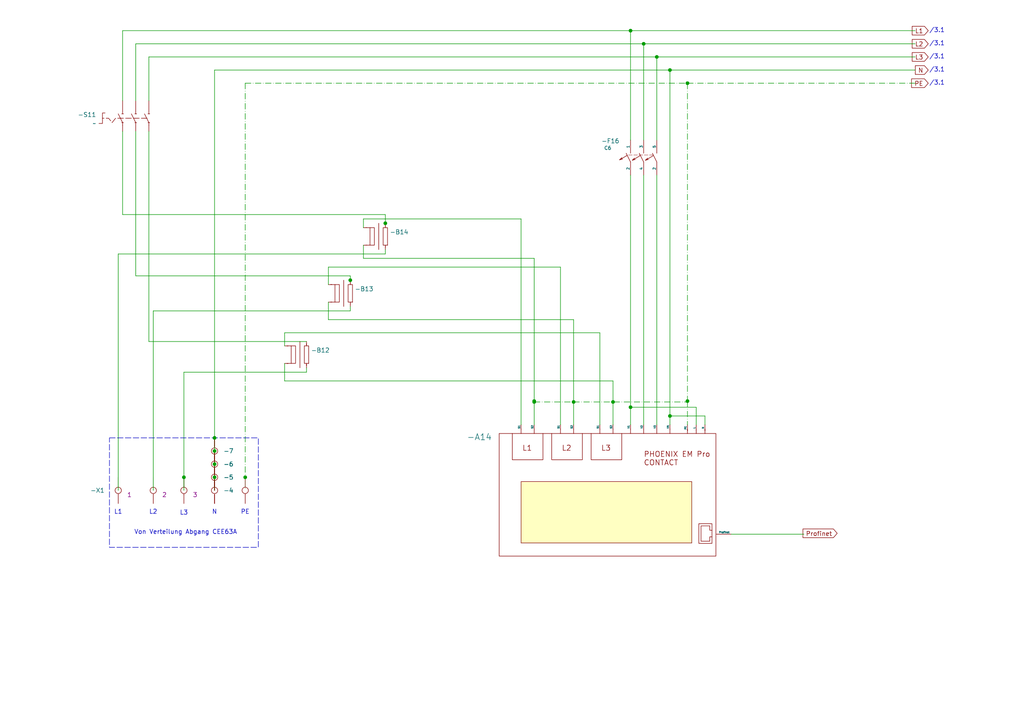
<source format=kicad_sch>
(kicad_sch (version 20250114) (generator "eeschema") (generator_version "9.0")
  (paper "A4")
  (title_block (comment 4 "1"))
  (lib_symbols
    (symbol "Spule_(B)_1"
      (property "Reference" "-B" (at -6.2232 5.5988 0))
      (symbol "Spule_(B)_1_0_1"
        (polyline (pts (xy -1.9052 3.8208) (xy -1.9052 -3.7992)))
        (rectangle (start 0.6348 -2.5292) (end 0.6348 -2.5292))
        (rectangle (start 0.6348 -2.5292) (end 0.6348 -2.5292))
      )
      (symbol "Spule_(B)_1_1_1"
        (rectangle (start -4.4452 2.5508) (end -3.1752 -2.5292) (fill (type color)))
        (polyline (pts (xy -4.4452 2.5508) (xy -5.7152 2.5508)))
        (polyline (pts (xy -4.4452 -2.5292) (xy -5.7152 -2.5292)))
        (rectangle (start -0.6352 2.5508) (end 0.6348 -2.5292) (fill (type color)))
        (polyline (pts (xy -0.0002 2.5508) (xy -0.0002 3.1858)))
        (polyline (pts (xy -0.0002 -2.5292) (xy -0.0002 -3.1642)))
        (pin passive line (at -6.35 2.54 0) (length 1.016) (name "") (number ""))
        (pin passive line (at -6.35 -2.54 0) (length 1.016) (name "") (number ""))
        (pin passive line (at 0 3.8244 270) (length 1.016) (name "") (number ""))
        (pin passive line (at 0 -3.81 90) (length 1.016) (name "") (number ""))
      )
    )
    (symbol "Spule_(B)_2"
      (property "Reference" "-B" (at -6.2232 5.5988 0))
      (symbol "Spule_(B)_2_0_1"
        (polyline (pts (xy -1.9052 3.8208) (xy -1.9052 -3.7992)))
        (rectangle (start 0.6348 -2.5292) (end 0.6348 -2.5292))
        (rectangle (start 0.6348 -2.5292) (end 0.6348 -2.5292))
      )
      (symbol "Spule_(B)_2_1_1"
        (rectangle (start -4.4452 2.5508) (end -3.1752 -2.5292) (fill (type color)))
        (polyline (pts (xy -4.4452 2.5508) (xy -5.7152 2.5508)))
        (polyline (pts (xy -4.4452 -2.5292) (xy -5.7152 -2.5292)))
        (rectangle (start -0.6352 2.5508) (end 0.6348 -2.5292) (fill (type color)))
        (polyline (pts (xy -0.0002 2.5508) (xy -0.0002 3.1858)))
        (polyline (pts (xy -0.0002 -2.5292) (xy -0.0002 -3.1642)))
        (pin passive line (at -6.35 2.54 0) (length 1.016) (name "") (number ""))
        (pin passive line (at -6.35 -2.54 0) (length 1.016) (name "") (number ""))
        (pin passive line (at 0 3.8244 270) (length 1.016) (name "") (number ""))
        (pin passive line (at 0 -3.81 90) (length 1.016) (name "") (number ""))
      )
    )
    (symbol "Verbinder_Standart_einfach_(X)_1" (pin_numbers (hide yes)) (pin_names (offset 0))
      (property "Reference" "-X" (at -4.572 2.794 0))
      (property "Nummer" "x" (at 3.048 3.048 0))
      (symbol "Verbinder_Standart_einfach_(X)_1_0_1"
        (polyline (pts (xy 0 1.27) (xy 0 1.016)))
        (circle (center 0 0) (radius 0.9158))
        (polyline (pts (xy 0 -1.27) (xy 0 -1.016)))
      )
      (symbol "Verbinder_Standart_einfach_(X)_1_1_1"
        (pin passive line (at 0 3.81 270) (length 2.54) (name "") (number ""))
        (pin passive line (at 0 -3.81 90) (length 2.54) (name "") (number ""))
      )
    )
    (symbol "Verbinder_Standart_einfach_(X)_2" (pin_numbers (hide yes)) (pin_names (offset 0))
      (property "Reference" "-X" (at -4.572 2.794 0))
      (property "Nummer" "x" (at 3.048 3.048 0))
      (symbol "Verbinder_Standart_einfach_(X)_2_0_1"
        (polyline (pts (xy 0 1.27) (xy 0 1.016)))
        (circle (center 0 0) (radius 0.9158))
        (polyline (pts (xy 0 -1.27) (xy 0 -1.016)))
      )
      (symbol "Verbinder_Standart_einfach_(X)_2_1_1"
        (pin passive line (at 0 3.81 270) (length 2.54) (name "") (number ""))
        (pin passive line (at 0 -3.81 90) (length 2.54) (name "") (number ""))
      )
    )
    (symbol "Verbinder_Standart_einfach_(X)_3" (pin_numbers (hide yes)) (pin_names (offset 0))
      (property "Reference" "-X" (at -4.572 2.794 0))
      (property "Nummer" "x" (at 3.048 3.048 0))
      (symbol "Verbinder_Standart_einfach_(X)_3_0_1"
        (polyline (pts (xy 0 1.27) (xy 0 1.016)))
        (circle (center 0 0) (radius 0.9158))
        (polyline (pts (xy 0 -1.27) (xy 0 -1.016)))
      )
      (symbol "Verbinder_Standart_einfach_(X)_3_1_1"
        (pin passive line (at 0 3.81 270) (length 2.54) (name "") (number ""))
        (pin passive line (at 0 -3.81 90) (length 2.54) (name "") (number ""))
      )
    )
    (symbol "Verbinder_Standart_einfach_(X)_4" (pin_numbers (hide yes)) (pin_names (offset 0))
      (property "Reference" "-X" (at -4.572 2.794 0))
      (property "Nummer" "x" (at 3.048 3.048 0))
      (symbol "Verbinder_Standart_einfach_(X)_4_0_1"
        (polyline (pts (xy 0 1.27) (xy 0 1.016)))
        (circle (center 0 0) (radius 0.9158))
        (polyline (pts (xy 0 -1.27) (xy 0 -1.016)))
      )
      (symbol "Verbinder_Standart_einfach_(X)_4_1_1"
        (pin passive line (at 0 3.81 270) (length 2.54) (name "") (number ""))
        (pin passive line (at 0 -3.81 90) (length 2.54) (name "") (number ""))
      )
    )
    (symbol "Verbinder_Standart_einfach_(X)_5" (pin_numbers (hide yes)) (pin_names (offset 0))
      (property "Reference" "-X" (at -4.572 2.794 0))
      (property "Nummer" "x" (at 3.048 3.048 0))
      (symbol "Verbinder_Standart_einfach_(X)_5_0_1"
        (polyline (pts (xy 0 1.27) (xy 0 1.016)))
        (circle (center 0 0) (radius 0.9158))
        (polyline (pts (xy 0 -1.27) (xy 0 -1.016)))
      )
      (symbol "Verbinder_Standart_einfach_(X)_5_1_1"
        (pin passive line (at 0 3.81 270) (length 2.54) (name "") (number ""))
        (pin passive line (at 0 -3.81 90) (length 2.54) (name "") (number ""))
      )
    )
    (symbol "Verbinder_Standart_einfach_(X)_6" (pin_numbers (hide yes)) (pin_names (offset 0))
      (property "Reference" "-X" (at -4.572 2.794 0))
      (property "Nummer" "x" (at 3.048 3.048 0))
      (symbol "Verbinder_Standart_einfach_(X)_6_0_1"
        (polyline (pts (xy 0 1.27) (xy 0 1.016)))
        (circle (center 0 0) (radius 0.9158))
        (polyline (pts (xy 0 -1.27) (xy 0 -1.016)))
      )
      (symbol "Verbinder_Standart_einfach_(X)_6_1_1"
        (pin passive line (at 0 3.81 270) (length 2.54) (name "") (number ""))
        (pin passive line (at 0 -3.81 90) (length 2.54) (name "") (number ""))
      )
    )
    (symbol "Verbinder_Standart_einfach_(X)_7" (pin_numbers (hide yes)) (pin_names (offset 0))
      (property "Reference" "-X" (at -4.572 2.794 0))
      (property "Nummer" "x" (at 3.048 3.048 0))
      (symbol "Verbinder_Standart_einfach_(X)_7_0_1"
        (polyline (pts (xy 0 1.27) (xy 0 1.016)))
        (circle (center 0 0) (radius 0.9158))
        (polyline (pts (xy 0 -1.27) (xy 0 -1.016)))
      )
      (symbol "Verbinder_Standart_einfach_(X)_7_1_1"
        (pin passive line (at 0 3.81 270) (length 2.54) (name "") (number ""))
        (pin passive line (at 0 -3.81 90) (length 2.54) (name "") (number ""))
      )
    )
    (symbol "devices:Powermeter_Phoenix-Contact_(A)" (pin_numbers (hide yes)) (pin_names (offset 0)) (on_board no)
      (property "Reference" "-A" (at -38.1 18.288 0))
      (property "Ort" "=" (at -38.862 16.002 0))
      (symbol "Powermeter_Phoenix-Contact_(A)_0_1"
        (rectangle (start -31.75 16.51) (end 31.115 -19.0498))
        (polyline (pts (xy -27.94 16.51) (xy -27.94 8.89) (xy -19.05 8.89) (xy -19.05 16.51)))
        (polyline (pts (xy -25.4 17.78) (xy -25.4 16.51)))
        (polyline (pts (xy -21.59 17.78) (xy -21.59 16.51)))
        (polyline (pts (xy -16.51 16.51) (xy -16.51 8.89) (xy -7.62 8.89) (xy -7.62 16.51)))
        (polyline (pts (xy -13.97 17.78) (xy -13.97 16.51)))
        (polyline (pts (xy -10.16 17.78) (xy -10.16 16.51)))
        (polyline (pts (xy -5.08 16.51) (xy -5.08 8.89) (xy 3.81 8.89) (xy 3.81 16.51)))
        (polyline (pts (xy -2.54 17.78) (xy -2.54 16.51)))
        (polyline (pts (xy 1.27 17.78) (xy 1.27 16.51)))
        (polyline (pts (xy 6.35 17.78) (xy 6.35 16.51)))
        (polyline (pts (xy 10.16 17.78) (xy 10.16 16.51)))
        (polyline (pts (xy 13.97 17.78) (xy 13.97 16.51)))
        (polyline (pts (xy 17.78 17.78) (xy 17.78 16.51)))
        (rectangle (start 26.162 -15.367) (end 29.972 -9.652))
        (polyline (pts (xy 29.972 -13.462) (xy 29.337 -13.462) (xy 29.337 -14.732) (xy 26.797 -14.732) (xy 26.797 -10.287) (xy 29.337 -10.287) (xy 29.337 -10.922) (xy 29.337 -11.557) (xy 29.972 -11.557)))
        (polyline (pts (xy 31.496 -12.7) (xy 31.242 -12.7)))
      )
      (symbol "Powermeter_Phoenix-Contact_(A)_1_1"
        (rectangle (start -25.4 2.54) (end 24.13 -15.24) (fill (type background)))
        (polyline (pts (xy 22.86 17.78) (xy 22.86 16.51)))
        (polyline (pts (xy 25.4 17.78) (xy 25.4 16.51)))
        (polyline (pts (xy 27.94 17.78) (xy 27.94 16.51)))
        (text "L1" (at -23.622 13.208 0) (effects (font (size 1.524 1.524)) (justify top)))
        (text "L2" (at -12.192 13.208 0) (effects (font (size 1.524 1.524)) (justify top)))
        (text "L3" (at -0.762 13.208 0) (effects (font (size 1.524 1.524)) (justify top)))
        (text "PHOENIX EM Pro\nCONTACT" (at 10.16 11.43 0) (effects (font (size 1.524 1.524)) (justify left top)))
        (pin passive line (at -25.4 19.05 270) (length 1.27) (name "S1") (number "S1"))
        (pin passive line (at -21.59 19.05 270) (length 1.27) (name "S2") (number "S2"))
        (pin passive line (at -13.97 19.05 270) (length 1.27) (name "S1") (number "S1"))
        (pin passive line (at -10.16 19.05 270) (length 1.27) (name "S2") (number "S2"))
        (pin passive line (at -2.54 19.05 270) (length 1.27) (name "S1") (number "S1"))
        (pin passive line (at 1.27 19.05 270) (length 1.27) (name "S2") (number "S2"))
        (pin passive line (at 6.35 19.05 270) (length 1.27) (name "V1") (number "V1"))
        (pin passive line (at 10.16 19.05 270) (length 1.27) (name "V2") (number "V2"))
        (pin passive line (at 13.97 19.05 270) (length 1.27) (name "V3") (number "V3"))
        (pin passive line (at 17.78 19.05 270) (length 1.27) (name "VN") (number "VN"))
        (pin passive line (at 22.86 19.05 270) (length 1.778) (name "PE") (number "PE"))
        (pin passive line (at 25.4 19.05 270) (length 1.778) (name "L") (number "L"))
        (pin passive line (at 27.94 19.05 270) (length 1.778) (name "N") (number "N"))
        (pin bidirectional line (at 35.56 -12.7 180) (length 4.064) (name "Profinet") (number "Profinet"))
      )
    )
    (symbol "standart:Schalter_ALLPOLIG_(S)" (pin_numbers (hide yes)) (pin_names (offset 0))
      (property "Reference" "-S" (at -6.35 4.318 0))
      (symbol "Schalter_ALLPOLIG_(S)_0_1"
        (polyline (pts (xy -0.254 1.27) (xy 0.254 1.27)))
        (polyline (pts (xy -0.254 -1.27) (xy 0.254 -1.27)))
        (polyline (pts (xy 0 1.27) (xy 0 1.27)))
        (polyline (pts (xy 0 -1.27) (xy -1.27 1.27)))
        (polyline (pts (xy 0 -1.27) (xy 0 -2.032)))
        (polyline (pts (xy 3.556 1.27) (xy 4.064 1.27)))
        (polyline (pts (xy 3.556 -1.27) (xy 4.064 -1.27)))
        (polyline (pts (xy 3.81 1.27) (xy 3.81 1.27)))
        (polyline (pts (xy 3.81 -1.27) (xy 2.54 1.27)))
        (polyline (pts (xy 3.81 -1.27) (xy 3.81 -2.032)))
        (polyline (pts (xy 7.366 1.27) (xy 7.874 1.27)))
        (polyline (pts (xy 7.366 -1.27) (xy 7.874 -1.27)))
        (polyline (pts (xy 7.62 1.27) (xy 7.62 1.27)))
        (polyline (pts (xy 7.62 -1.27) (xy 6.35 1.27)))
        (polyline (pts (xy 7.62 -1.27) (xy 7.62 -2.032)))
      )
      (symbol "Schalter_ALLPOLIG_(S)_1_0"
        (pin passive line (at 3.81 5.08 270) (length 3.81) (name "") (number "33"))
      )
      (symbol "Schalter_ALLPOLIG_(S)_1_1"
        (polyline (pts (xy -5.08 1.524) (xy -5.842 1.524) (xy -5.842 -1.524) (xy -6.858 -1.524)))
        (polyline (pts (xy 7.112 0) (xy -2.032 0) (xy -3.048 -1.27) (xy -4.064 0) (xy -5.842 0)) (stroke (width 0) (type dash)))
        (pin passive line (at 0 5.08 270) (length 3.81) (name "") (number "23"))
        (pin passive line (at 0 -3.81 90) (length 1.778) (name "") (number "24"))
        (pin passive line (at 3.81 -3.81 90) (length 1.778) (name "") (number "34"))
        (pin passive line (at 7.62 5.08 270) (length 3.81) (name "") (number "43"))
        (pin passive line (at 7.62 -3.81 90) (length 1.778) (name "") (number "44"))
      )
    )
    (symbol "standart:Schalter_LS_ALLPOLIG_(F)" (pin_numbers (hide yes)) (pin_names (offset 0))
      (property "Reference" "-F" (at -5.842 3.556 0))
      (property "Value" "A" (at -6.604 1.524 0))
      (symbol "Schalter_LS_ALLPOLIG_(F)_0_1"
        (polyline (pts (xy -3.175 -1.905) (xy -2.54 -1.27)))
        (polyline (pts (xy -3.175 -1.905) (xy -2.3014 -1.67)))
        (polyline (pts (xy -3.1577 -1.8949) (xy -3.1577 -1.8949)))
        (polyline (pts (xy -0.9505 -0.6011) (xy -3.175 -1.905)))
        (polyline (pts (xy 0 0) (xy 0 0)))
        (polyline (pts (xy 0 -2.54) (xy -1.27 0)))
        (polyline (pts (xy 0.508 -2.032) (xy 1.143 -1.397)))
        (polyline (pts (xy 0.508 -2.032) (xy 1.3816 -1.797)))
        (polyline (pts (xy 0.5253 -2.0219) (xy 0.5253 -2.0219)))
        (polyline (pts (xy 2.7325 -0.7281) (xy 0.508 -2.032)))
        (polyline (pts (xy 3.81 0) (xy 3.81 0)))
        (polyline (pts (xy 3.81 -2.54) (xy 2.54 0)))
        (polyline (pts (xy 4.318 -2.032) (xy 4.953 -1.397)))
        (polyline (pts (xy 4.318 -2.032) (xy 5.1916 -1.797)))
        (polyline (pts (xy 4.3353 -2.0219) (xy 4.3353 -2.0219)))
        (polyline (pts (xy 6.5425 -0.7281) (xy 4.318 -2.032)))
        (polyline (pts (xy 7.62 0) (xy 7.62 0)))
        (polyline (pts (xy 7.62 -2.54) (xy 6.35 0)))
      )
      (symbol "Schalter_LS_ALLPOLIG_(F)_1_1"
        (polyline (pts (xy 6.604 -0.508) (xy -1.016 -0.508)) (stroke (width 0.1016) (type dash)))
        (pin passive line (at 0 3.81 270) (length 3.81) (name "1") (number "1"))
        (pin passive line (at 0 -6.35 90) (length 3.81) (name "2") (number "2"))
        (pin passive line (at 3.81 3.81 270) (length 3.81) (name "3") (number "3"))
        (pin passive line (at 3.81 -6.35 90) (length 3.81) (name "4") (number "4"))
        (pin passive line (at 7.62 3.81 270) (length 3.81) (name "5") (number "5"))
        (pin passive line (at 7.62 -6.35 90) (length 3.81) (name "2") (number "2"))
      )
    )
    (symbol "standart:Spule_(B)"
      (property "Reference" "-B" (at -6.2232 5.5988 0))
      (symbol "Spule_(B)_0_1"
        (polyline (pts (xy -1.9052 3.8208) (xy -1.9052 -3.7992)))
        (rectangle (start 0.6348 -2.5292) (end 0.6348 -2.5292))
        (rectangle (start 0.6348 -2.5292) (end 0.6348 -2.5292))
      )
      (symbol "Spule_(B)_1_1"
        (rectangle (start -4.4452 2.5508) (end -3.1752 -2.5292) (fill (type color)))
        (polyline (pts (xy -4.4452 2.5508) (xy -5.7152 2.5508)))
        (polyline (pts (xy -4.4452 -2.5292) (xy -5.7152 -2.5292)))
        (rectangle (start -0.6352 2.5508) (end 0.6348 -2.5292) (fill (type color)))
        (polyline (pts (xy -0.0002 2.5508) (xy -0.0002 3.1858)))
        (polyline (pts (xy -0.0002 -2.5292) (xy -0.0002 -3.1642)))
        (pin passive line (at -6.35 2.54 0) (length 1.016) (name "") (number ""))
        (pin passive line (at -6.35 -2.54 0) (length 1.016) (name "") (number ""))
        (pin passive line (at 0 3.8244 270) (length 1.016) (name "") (number ""))
        (pin passive line (at 0 -3.81 90) (length 1.016) (name "") (number ""))
      )
    )
    (symbol "standart:Verbinder_Standart_einfach_(X)" (pin_numbers (hide yes)) (pin_names (offset 0))
      (property "Reference" "-X" (at -4.572 2.794 0))
      (property "Nummer" "x" (at 3.048 3.048 0))
      (symbol "Verbinder_Standart_einfach_(X)_0_1"
        (polyline (pts (xy 0 1.27) (xy 0 1.016)))
        (circle (center 0 0) (radius 0.9158))
        (polyline (pts (xy 0 -1.27) (xy 0 -1.016)))
      )
      (symbol "Verbinder_Standart_einfach_(X)_1_1"
        (pin passive line (at 0 3.81 270) (length 2.54) (name "") (number ""))
        (pin passive line (at 0 -3.81 90) (length 2.54) (name "") (number ""))
      )
    )
  )
  (rectangle (start 31.75 127) (end 74.93 158.75) (stroke (width 0) (type dash)))
  (text "/3.1\n" (at 271.78 8.89 0) (effects (font (size 1.27 1.27))))
  (text "/3.1\n" (at 271.78 24.13 0) (effects (font (size 1.27 1.27))))
  (text "Von Verteilung Abgang CEE63A" (at 53.848 154.432 0) (effects (font (size 1.27 1.27))))
  (text "L1\n" (at 34.29 148.59 0) (effects (font (size 1.27 1.27))))
  (text "L3\n\n" (at 53.34 149.86 0) (effects (font (size 1.27 1.27))))
  (text "/3.1\n" (at 271.78 16.51 0) (effects (font (size 1.27 1.27))))
  (text "PE" (at 71.12 148.59 0) (effects (font (size 1.27 1.27))))
  (text "/3.1\n" (at 271.78 20.32 0) (effects (font (size 1.27 1.27))))
  (text "N\n" (at 62.23 148.59 0) (effects (font (size 1.27 1.27))))
  (text "L2\n" (at 44.45 148.59 0) (effects (font (size 1.27 1.27))))
  (text "/3.1\n" (at 271.78 12.7 0) (effects (font (size 1.27 1.27))))
  (junction (at 182.88 118.11))
  (junction (at 199.39 24.13))
  (junction (at 53.34 138.43))
  (junction (at 62.23 138.43))
  (junction (at 194.31 120.65))
  (junction (at 62.23 134.62))
  (junction (at 186.69 12.7))
  (junction (at 62.23 127))
  (junction (at 194.31 20.32))
  (junction (at 71.12 138.43))
  (junction (at 199.39 116.332))
  (junction (at 62.23 130.81))
  (junction (at 166.37 116.586))
  (junction (at 111.76 64.7556))
  (junction (at 154.94 116.332))
  (junction (at 182.88 8.89))
  (junction (at 190.5 16.51))
  (junction (at 101.6 81.2656))
  (junction (at 177.8 116.586))
  (junction (at 154.94 116.586))
  (wire (pts (xy 35.56 8.89) (xy 35.56 29.21)))
  (wire (pts (xy 35.56 38.1) (xy 35.56 62.23)))
  (wire (pts (xy 95.25 77.47) (xy 162.56 77.47)))
  (wire (pts (xy 177.8 110.49) (xy 177.8 116.586)))
  (wire (pts (xy 71.12 138.43) (xy 71.12 142.24)) (stroke (width 0) (type dot)))
  (wire (pts (xy 173.99 96.52) (xy 173.99 123.19)))
  (wire (pts (xy 105.41 63.5) (xy 105.41 66.04)))
  (wire (pts (xy 53.34 107.95) (xy 53.34 138.43)))
  (wire (pts (xy 186.69 50.8) (xy 186.69 123.19)))
  (wire (pts (xy 53.34 138.43) (xy 53.34 142.24)))
  (wire (pts (xy 190.5 16.51) (xy 265.43 16.51)))
  (wire (pts (xy 71.12 24.13) (xy 199.39 24.13)) (stroke (width 0) (type dash_dot)))
  (wire (pts (xy 39.37 12.7) (xy 39.37 29.21)))
  (wire (pts (xy 82.55 96.52) (xy 82.55 100.33)))
  (wire (pts (xy 82.55 96.52) (xy 173.99 96.52)))
  (wire (pts (xy 111.76 62.23) (xy 111.76 64.7556)))
  (wire (pts (xy 62.23 134.62) (xy 62.23 138.43)))
  (wire (pts (xy 39.37 80.01) (xy 101.6 80.01)))
  (wire (pts (xy 154.94 116.586) (xy 166.37 116.586)) (stroke (width 0) (type dash_dot)))
  (wire (pts (xy 62.23 130.81) (xy 62.23 134.62)))
  (wire (pts (xy 111.76 72.39) (xy 111.76 73.66)))
  (wire (pts (xy 199.39 116.332) (xy 199.39 123.19)) (stroke (width 0) (type dash_dot)))
  (wire (pts (xy 43.18 99.06) (xy 88.9 99.06)))
  (wire (pts (xy 199.136 116.586) (xy 199.39 116.332)))
  (wire (pts (xy 62.23 20.32) (xy 62.23 127)))
  (wire (pts (xy 190.5 16.51) (xy 190.5 40.64)))
  (wire (pts (xy 111.76 64.7556) (xy 111.76 64.77)))
  (wire (pts (xy 105.41 71.12) (xy 105.41 74.93)))
  (wire (pts (xy 101.6 80.01) (xy 101.6 81.2656)))
  (wire (pts (xy 190.5 50.8) (xy 190.5 123.19)))
  (wire (pts (xy 82.55 110.49) (xy 177.8 110.49)))
  (wire (pts (xy 154.686 116.332) (xy 154.94 116.332)) (stroke (width 0) (type dash_dot)))
  (wire (pts (xy 199.39 24.13) (xy 265.43 24.13)) (stroke (width 0) (type dash_dot)))
  (wire (pts (xy 71.12 24.13) (xy 71.12 138.43)) (stroke (width 0) (type dash_dot)))
  (wire (pts (xy 199.39 24.13) (xy 199.39 116.332)) (stroke (width 0) (type dash_dot)))
  (wire (pts (xy 35.56 8.89) (xy 182.88 8.89)))
  (wire (pts (xy 101.6 88.9) (xy 101.6 90.17)))
  (wire (pts (xy 177.292 116.586) (xy 177.8 116.586)))
  (wire (pts (xy 186.69 12.7) (xy 265.43 12.7)))
  (wire (pts (xy 178.054 116.586) (xy 199.136 116.586)) (stroke (width 0) (type dash_dot)))
  (wire (pts (xy 201.93 118.11) (xy 201.93 123.19)))
  (wire (pts (xy 186.69 12.7) (xy 186.69 40.64)))
  (wire (pts (xy 95.25 77.47) (xy 95.25 82.55)))
  (wire (pts (xy 34.29 73.66) (xy 34.29 142.24)))
  (wire (pts (xy 182.88 50.8) (xy 182.88 118.11)))
  (wire (pts (xy 154.94 116.586) (xy 154.94 116.332)) (stroke (width 0) (type dash_dot)))
  (wire (pts (xy 212.09 154.94) (xy 233.172 154.94)))
  (wire (pts (xy 62.23 20.32) (xy 194.31 20.32)))
  (wire (pts (xy 166.37 116.586) (xy 166.37 116.332)) (stroke (width 0) (type dash_dot)))
  (wire (pts (xy 182.88 8.89) (xy 265.43 8.89)))
  (wire (pts (xy 62.23 127) (xy 62.23 130.81)))
  (wire (pts (xy 35.56 62.23) (xy 111.76 62.23)))
  (wire (pts (xy 95.25 87.63) (xy 95.25 92.71)))
  (wire (pts (xy 194.31 120.65) (xy 204.47 120.65)))
  (wire (pts (xy 95.25 92.71) (xy 166.37 92.71)))
  (wire (pts (xy 62.23 138.43) (xy 62.23 142.24)))
  (wire (pts (xy 166.37 116.586) (xy 177.292 116.586)) (stroke (width 0) (type dash_dot)))
  (wire (pts (xy 88.9 106.68) (xy 88.9 107.95)))
  (wire (pts (xy 154.94 116.586) (xy 154.94 123.19)))
  (wire (pts (xy 82.55 105.41) (xy 82.55 110.49)))
  (wire (pts (xy 154.94 74.93) (xy 154.94 116.332)))
  (wire (pts (xy 177.8 116.586) (xy 177.8 123.19)))
  (wire (pts (xy 154.94 116.332) (xy 154.94 116.586)))
  (wire (pts (xy 105.41 74.93) (xy 154.94 74.93)))
  (wire (pts (xy 43.18 38.1) (xy 43.18 99.06)))
  (wire (pts (xy 101.6 81.2656) (xy 101.6 81.28)))
  (wire (pts (xy 53.34 107.95) (xy 88.9 107.95)))
  (wire (pts (xy 166.37 116.586) (xy 166.37 123.19)))
  (wire (pts (xy 182.88 118.11) (xy 182.88 123.19)))
  (wire (pts (xy 194.31 20.32) (xy 265.43 20.32)))
  (wire (pts (xy 151.13 63.5) (xy 151.13 123.19)))
  (wire (pts (xy 166.37 92.71) (xy 166.37 116.586)))
  (wire (pts (xy 162.56 77.47) (xy 162.56 123.19)))
  (wire (pts (xy 105.41 63.5) (xy 151.13 63.5)))
  (wire (pts (xy 43.18 16.51) (xy 190.5 16.51)))
  (wire (pts (xy 182.88 118.11) (xy 201.93 118.11)))
  (wire (pts (xy 44.45 90.17) (xy 44.45 142.24)))
  (wire (pts (xy 39.37 12.7) (xy 186.69 12.7)))
  (wire (pts (xy 34.29 73.66) (xy 111.76 73.66)))
  (wire (pts (xy 44.45 90.17) (xy 101.6 90.17)))
  (wire (pts (xy 194.31 20.32) (xy 194.31 120.65)))
  (wire (pts (xy 194.31 120.65) (xy 194.31 123.19)))
  (wire (pts (xy 182.88 8.89) (xy 182.88 40.64)))
  (wire (pts (xy 204.47 120.65) (xy 204.47 123.19)))
  (wire (pts (xy 43.18 16.51) (xy 43.18 29.21)))
  (wire (pts (xy 39.37 38.1) (xy 39.37 80.01)))
  (global_label "L2" (shape input) (at 269.24 12.7 180) (property "Intersheetrefs" "${INTERSHEET_REFS}" (effects (hide yes))) (property "Netclass" "/3.1" (effects (hide yes))))
  (global_label "L1" (shape input) (at 269.24 8.89 180) (property "Intersheetrefs" "${INTERSHEET_REFS}" (effects (hide yes))) (property "Netclass" "/3.1" (effects (hide yes))))
  (global_label "L3" (shape input) (at 269.24 16.51 180) (property "Intersheetrefs" "${INTERSHEET_REFS}" (effects (hide yes))) (property "Netclass" "/3.1" (effects (hide yes))))
  (global_label "N" (shape input) (at 269.24 20.32 180) (property "Intersheetrefs" "${INTERSHEET_REFS}" (effects (hide yes))) (property "Netclass" "/3.1" (effects (hide yes))))
  (global_label "PE" (shape input) (at 269.24 24.13 180) (property "Intersheetrefs" "${INTERSHEET_REFS}" (effects (hide yes))) (property "Netclass" "/3.1" (effects (hide yes))))
  (global_label "Profinet" (shape input) (at 242.824 154.686 180) (property "Intersheetrefs" "${INTERSHEET_REFS}" (effects (hide yes))))
  (symbol (lib_name "Verbinder_Standart_einfach_(X)_5") (lib_id "standart:Verbinder_Standart_einfach_(X)") (at 71.12 142.24 0) (unit 1)
    (property "Reference" "-X1" (effects (hide yes)))
  )
  (symbol (lib_name "Verbinder_Standart_einfach_(X)_1") (lib_id "standart:Verbinder_Standart_einfach_(X)") (at 34.29 142.24 0) (unit 1)
    (property "Reference" "-X1" (at 26.162 142.24 0) (effects (justify left)))
    (property "Value" "1" (effects (hide yes)))
    (property "Nummer" "1" (at 36.83 143.5099 0) (effects (justify left)))
  )
  (symbol (lib_name "Spule_(B)_2") (lib_id "standart:Spule_(B)") (at 88.9 102.87 0) (unit 1)
    (property "Reference" "-B12" (at 90.17 101.5891 0) (effects (justify left)))
  )
  (symbol (lib_id "standart:Schalter_ALLPOLIG_(S)") (at 35.56 34.29 0) (unit 1)
    (property "Reference" "-S11" (at 27.94 33.2739 0) (effects (justify right)))
    (property "Value" "~" (at 27.94 35.8139 0) (effects (justify right)))
  )
  (symbol (lib_name "Verbinder_Standart_einfach_(X)_2") (lib_id "standart:Verbinder_Standart_einfach_(X)") (at 44.45 142.24 0) (unit 1)
    (property "Reference" "-X1" (effects (hide yes)))
    (property "Nummer" "2" (at 46.99 143.5099 0) (effects (justify left)))
  )
  (symbol (lib_name "Verbinder_Standart_einfach_(X)_6") (lib_id "standart:Verbinder_Standart_einfach_(X)") (at 53.34 142.24 0) (unit 1)
    (property "Reference" "-X1" (effects (hide yes)))
    (property "Nummer" "3" (at 55.88 143.5099 0) (effects (justify left)))
  )
  (symbol (lib_name "Verbinder_Standart_einfach_(X)_3") (lib_id "standart:Verbinder_Standart_einfach_(X)") (at 62.23 134.62 0) (unit 1)
    (property "Reference" "-6" (at 64.77 134.6199 0) (effects (justify left)))
  )
  (symbol (lib_name "Verbinder_Standart_einfach_(X)_7") (lib_id "standart:Verbinder_Standart_einfach_(X)") (at 62.23 142.24 0) (unit 1)
    (property "Reference" "-4" (at 64.77 142.2399 0) (effects (justify left)))
  )
  (symbol (lib_id "devices:Powermeter_Phoenix-Contact_(A)") (at 176.53 142.24 0) (unit 1) (on_board no)
    (property "Reference" "-A14" (at 142.748 126.746 0) (effects (font (size 1.778 1.778)) (justify right)))
    (property "Ort" "=" (effects (hide yes)))
  )
  (symbol (lib_id "standart:Verbinder_Standart_einfach_(X)") (at 62.23 130.81 0) (unit 1)
    (property "Reference" "-7" (at 64.77 130.8099 0) (effects (justify left)))
  )
  (symbol (lib_name "Spule_(B)_1") (lib_id "standart:Spule_(B)") (at 101.6 85.09 0) (unit 1)
    (property "Reference" "-B13" (at 102.87 83.8091 0) (effects (justify left)))
  )
  (symbol (lib_id "standart:Spule_(B)") (at 111.76 68.58 0) (unit 1)
    (property "Reference" "-B14" (at 113.03 67.2991 0) (effects (justify left)))
  )
  (symbol (lib_id "standart:Schalter_LS_ALLPOLIG_(F)") (at 182.88 44.45 0) (unit 1)
    (property "Reference" "-F16" (at 177.038 40.894 0))
    (property "Value" "C6" (at 176.276 42.926 0) (effects (font (size 1.016 1.016))))
  )
  (symbol (lib_name "Verbinder_Standart_einfach_(X)_4") (lib_id "standart:Verbinder_Standart_einfach_(X)") (at 62.23 138.43 0) (unit 1)
    (property "Reference" "-5" (at 64.77 138.4299 0) (effects (justify left)))
  )
  (sheet (at -2.032 255.27) (size 297.18 213.36) (stroke (width 0.1524))
    (property "Sheetname" "Steurung SPS Ethercat" (at -2.032 254.5584 0) (effects (justify left bottom)))
    (property "Sheetfile" "Steurung SPS Ethercat.kicad_sch" (at -2.032 469.2146 0) (effects (justify left top)))
  )
  (sheet (at 674.37 2.54) (size 349.25 218.44) (stroke (width 0.1524))
    (property "Sheetname" "Einspeisung 400VAC" (at 674.37 1.8284 0) (effects (justify left bottom)))
    (property "Sheetfile" "untitled.kicad_sch" (at 674.37 221.5646 0) (effects (justify left top)))
  )
  (sheet (at 1038.098 7.112) (size 312.42 212.09) (stroke (width 0.1524))
    (property "Sheetname" "Einspeisung 230VAC" (at 1038.098 6.4004 0) (effects (justify left bottom)))
    (property "Sheetfile" "Einspeisung 230VAC.kicad_sch" (at 1038.098 219.7866 0) (effects (justify left top)))
  )
  (sheet (at 321.31 1.27) (size 311.15 212.09) (stroke (width 0.1524))
    (property "Sheetname" "Einspeisung 400VAC" (at 321.31 0.5584 0) (effects (justify left bottom)))
    (property "Sheetfile" "Einspeisung 400VAC.kicad_sch" (at 321.31 213.9446 0) (effects (justify left top)))
  )
  (sheet (at 1732.28 8.128) (size 341.63 209.55) (stroke (width 0.1524))
    (property "Sheetname" "Sicherungsüberwng Einspeisung 230V+24" (at 1732.28 7.4164 0) (effects (justify left bottom)))
    (property "Sheetfile" "Sicherungsüberwng Einspeisung 230V+24.kicad_sch" (at 1732.28 218.2626 0) (effects (justify left top)))
  )
  (sheet (at 1391.412 4.572) (size 317.5 214.63) (stroke (width 0.1524))
    (property "Sheetname" "Einspeisung 24VDC" (at 1391.412 3.8604 0) (effects (justify left bottom)))
    (property "Sheetfile" "Einspeisung 24VDC.kicad_sch" (at 1391.412 219.7866 0) (effects (justify left top)))
  )
)
</source>
